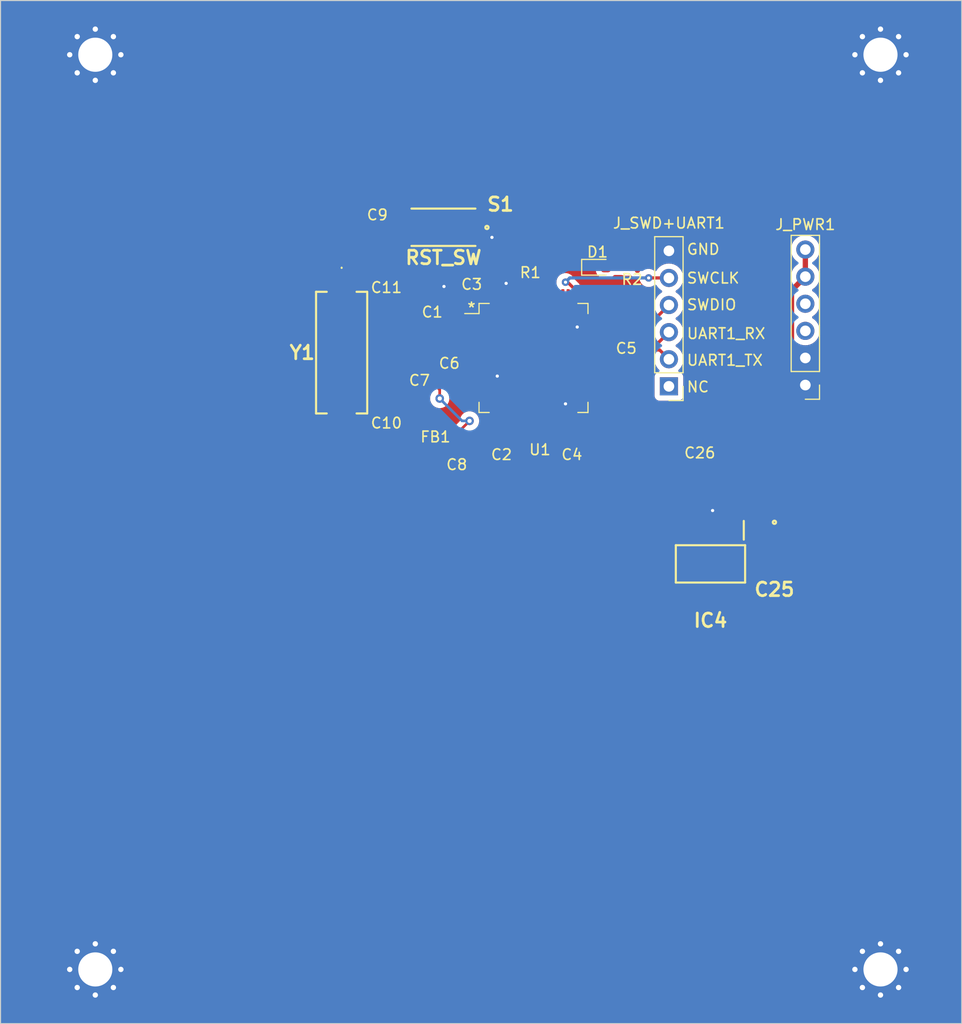
<source format=kicad_pcb>
(kicad_pcb (version 20221018) (generator pcbnew)
  (layers (0 "F.Cu" signal) (1 "In1.Cu" power "GND.Cu") (2 "In2.Cu" power "PWR.Cu") (31 "B.Cu" signal) (34 "B.Paste" user) (35 "F.Paste" user) (36 "B.SilkS" user "B.Silkscreen") (37 "F.SilkS" user "F.Silkscreen") (38 "B.Mask" user) (39 "F.Mask" user) (44 "Edge.Cuts" user))
  (net 0 "")
  (net 1 "GND")
  (net 2 "Net-(U1-VDDA)")
  (net 3 "/NRST")
  (net 4 "/HSE_OSC_OUT")
  (net 5 "/HSE_OSC_IN")
  (net 6 "Net-(D1-A)")
  (net 7 "+3.3V")
  (net 14 "/USART1_TX")
  (net 15 "/USART1_RX")
  (net 16 "/SWDIO")
  (net 17 "/SWCLK")
  (net 18 "/BOOT0")
  (net 61 "+5V")
  (net 63 "3.3V Output")
  (footprint "Capacitor_SMD:C_0402_1005Metric" (layer "F.Cu") (at 130 98.4 180)
    (fp_text reference "C2" (at 0 -1.16 180) (layer "F.SilkS"))
    (fp_text value "100n")
    (pad "1" smd roundrect (at -0.48 0 180) (size 0.56 0.62) (layers "F.Cu" "F.Paste" "F.Mask") (net 7 "+3.3V"))
    (pad "2" smd roundrect (at 0.48 0 180) (size 0.56 0.62) (layers "F.Cu" "F.Paste" "F.Mask") (net 1 "GND"))
  )
  (footprint "capstone:CAPC220145_88N_KEM-0.1u" (layer "F.Cu") (at 148.6 101.4)
    (fp_text reference "C26" (at 0 -2 unlocked) (layer "F.SilkS"))
    (fp_text value "0.1u")
    (pad "1" smd rect (at -0.802799 0) (size 1.305598 1.449997) (layers "F.Cu" "F.Paste" "F.Mask") (net 7 "+3.3V"))
    (pad "2" smd rect (at 0.802799 0) (size 1.305598 1.449997) (layers "F.Cu" "F.Paste" "F.Mask") (net 1 "GND"))
    (zone (net 0) (net_name "") (layer "F.Cu") (connect_pads (clearance 0)) (min_thickness 0.254)
      (keepout (tracks not_allowed) (vias not_allowed) (pads allowed) (copperpour not_allowed) (footprints allowed))
      (fill (thermal_gap 0.508) (thermal_bridge_width 0.508))
      (polygon (pts (xy 148.5008 100.725801) (xy 148.6992 100.725801) (xy 148.6992 102.074199) (xy 148.5008 102.074199)))
    )
  )
  (footprint "Resistor_SMD:R_0402_1005Metric" (layer "F.Cu") (at 142.2425 81.97 180)
    (fp_text reference "R2" (at 0 -1.17 180) (layer "F.SilkS"))
    (fp_text value "2.2k")
    (pad "1" smd roundrect (at -0.51 0 180) (size 0.54 0.64) (layers "F.Cu" "F.Paste" "F.Mask") (net 63 "3.3V Output"))
    (pad "2" smd roundrect (at 0.51 0 180) (size 0.54 0.64) (layers "F.Cu" "F.Paste" "F.Mask") (net 6 "Net-(D1-A)"))
  )
  (footprint "Inductor_SMD:L_0603_1608Metric" (layer "F.Cu") (at 126.7 97.9)
    (fp_text reference "FB1" (at -2.9 0) (layer "F.SilkS"))
    (fp_text value "FerriteBead")
    (pad "1" smd roundrect (at -0.7875 0) (size 0.875 0.95) (layers "F.Cu" "F.Paste" "F.Mask") (net 2 "Net-(U1-VDDA)"))
    (pad "2" smd roundrect (at 0.7875 0) (size 0.875 0.95) (layers "F.Cu" "F.Paste" "F.Mask") (net 7 "+3.3V"))
  )
  (footprint "capstone:95C04A3GWRT" (layer "F.Cu") (at 124.55 78.25 180)
    (fp_text reference "S1" (at -5.35 2.15 180) (layer "F.SilkS") (effects (font (size 1.27 1.27) (thickness 0.254))))
    (fp_text value "RST_SW" (at 0 -2.85 180) (layer "F.SilkS") (effects (font (size 1.27 1.27) (thickness 0.254))))
    (fp_line (start -3 -1.75) (end 3 -1.75) (stroke (width 0.2)) (layer "F.SilkS"))
    (fp_line (start 3 1.75) (end -3 1.75) (stroke (width 0.2)) (layer "F.SilkS"))
    (fp_circle (center -4.081 -0.018) (end -4.081 0.032) (stroke (width 0.2)) (fill none) (layer "F.SilkS"))
    (pad "1" smd rect (at -2.7 0 270) (size 1.6 2) (layers "F.Cu" "F.Paste" "F.Mask") (net 1 "GND"))
    (pad "2" smd rect (at 2.7 0 270) (size 1.6 2) (layers "F.Cu" "F.Paste" "F.Mask") (net 3 "/NRST"))
  )
  (footprint "capstone:ECS80185PXGMTR" (layer "F.Cu") (at 115 90 -90)
    (fp_text reference "Y1" (at 0 3.7) (layer "F.SilkS") (effects (font (size 1.27 1.27) (thickness 0.254))))
    (fp_text value "ECS-80-18-5PX-GM-TR" hide)
    (fp_line (start -8 0) (end -8 0) (stroke (width 0.1)) (layer "F.SilkS"))
    (fp_line (start -7.9 0) (end -7.9 0) (stroke (width 0.1)) (layer "F.SilkS"))
    (fp_line (start -5.7 -2.4) (end 5.7 -2.4) (stroke (width 0.2)) (layer "F.SilkS"))
    (fp_line (start -5.7 -1.4) (end -5.7 -2.4) (stroke (width 0.2)) (layer "F.SilkS"))
    (fp_line (start -5.7 1.4) (end -5.7 2.4) (stroke (width 0.2)) (layer "F.SilkS"))
    (fp_line (start -5.7 2.4) (end 5.7 2.4) (stroke (width 0.2)) (layer "F.SilkS"))
    (fp_line (start 5.7 -2.4) (end 5.7 -1.4) (stroke (width 0.2)) (layer "F.SilkS"))
    (fp_line (start 5.7 2.4) (end 5.7 1.4) (stroke (width 0.2)) (layer "F.SilkS"))
    (fp_arc (start -8 0) (mid -7.95 -0.05) (end -7.9 0) (stroke (width 0.1)) (layer "F.SilkS"))
    (fp_arc (start -7.9 0) (mid -7.95 0.05) (end -8 0) (stroke (width 0.1)) (layer "F.SilkS"))
    (pad "1" smd rect (at -4.75 0) (size 2 5.5) (layers "F.Cu" "F.Paste" "F.Mask") (net 5 "/HSE_OSC_IN"))
    (pad "2" smd rect (at 4.75 0) (size 2 5.5) (layers "F.Cu" "F.Paste" "F.Mask") (net 4 "/HSE_OSC_OUT"))
  )
  (footprint "MountingHole:MountingHole_3.2mm_M3_Pad_Via" (layer "F.Cu") (at 165.55 147.81)
    (fp_text reference "H2" hide)
    (fp_text value "MountingHole_Pad" hide)
    (pad "1" thru_hole circle (at -2.4 0) (size 0.8 0.8) (drill 0.5) (layers "*.Cu" "*.Mask") (net 1 "GND"))
    (pad "1" thru_hole circle (at -1.697056 -1.697056) (size 0.8 0.8) (drill 0.5) (layers "*.Cu" "*.Mask") (net 1 "GND"))
    (pad "1" thru_hole circle (at -1.697056 1.697056) (size 0.8 0.8) (drill 0.5) (layers "*.Cu" "*.Mask") (net 1 "GND"))
    (pad "1" thru_hole circle (at 0 -2.4) (size 0.8 0.8) (drill 0.5) (layers "*.Cu" "*.Mask") (net 1 "GND"))
    (pad "1" thru_hole circle (at 0 0) (size 6.4 6.4) (drill 3.2) (layers "*.Cu" "*.Mask") (net 1 "GND"))
    (pad "1" thru_hole circle (at 0 2.4) (size 0.8 0.8) (drill 0.5) (layers "*.Cu" "*.Mask") (net 1 "GND"))
    (pad "1" thru_hole circle (at 1.697056 -1.697056) (size 0.8 0.8) (drill 0.5) (layers "*.Cu" "*.Mask") (net 1 "GND"))
    (pad "1" thru_hole circle (at 1.697056 1.697056) (size 0.8 0.8) (drill 0.5) (layers "*.Cu" "*.Mask") (net 1 "GND"))
    (pad "1" thru_hole circle (at 2.4 0) (size 0.8 0.8) (drill 0.5) (layers "*.Cu" "*.Mask") (net 1 "GND"))
  )
  (footprint "Connector_PinHeader_2.54mm:PinHeader_1x06_P2.54mm_Vertical" (layer "F.Cu") (at 158.5 93.04 180)
    (fp_text reference "J_PWR1" (at 0 15.04) (layer "F.SilkS"))
    (fp_text value "Conn_01x06")
    (fp_line (start -1.33 -1.33) (end 0 -1.33) (stroke (width 0.12)) (layer "F.SilkS"))
    (fp_line (start -1.33 0) (end -1.33 -1.33) (stroke (width 0.12)) (layer "F.SilkS"))
    (fp_line (start -1.33 1.27) (end -1.33 14.03) (stroke (width 0.12)) (layer "F.SilkS"))
    (fp_line (start -1.33 1.27) (end 1.33 1.27) (stroke (width 0.12)) (layer "F.SilkS"))
    (fp_line (start -1.33 14.03) (end 1.33 14.03) (stroke (width 0.12)) (layer "F.SilkS"))
    (fp_line (start 1.33 1.27) (end 1.33 14.03) (stroke (width 0.12)) (layer "F.SilkS"))
    (pad "1" thru_hole rect (at 0 0 180) (size 1.7 1.7) (drill 1) (layers "*.Cu" "*.Mask") (net 1 "GND"))
    (pad "2" thru_hole oval (at 0 2.54 180) (size 1.7 1.7) (drill 1) (layers "*.Cu" "*.Mask") (net 1 "GND"))
    (pad "3" thru_hole oval (at 0 5.08 180) (size 1.7 1.7) (drill 1) (layers "*.Cu" "*.Mask"))
    (pad "4" thru_hole oval (at 0 7.62 180) (size 1.7 1.7) (drill 1) (layers "*.Cu" "*.Mask"))
    (pad "5" thru_hole oval (at 0 10.16 180) (size 1.7 1.7) (drill 1) (layers "*.Cu" "*.Mask") (net 61 "+5V"))
    (pad "6" thru_hole oval (at 0 12.7 180) (size 1.7 1.7) (drill 1) (layers "*.Cu" "*.Mask") (net 61 "+5V"))
  )
  (footprint "MountingHole:MountingHole_3.2mm_M3_Pad_Via" (layer "F.Cu") (at 91.89 147.81)
    (fp_text reference "H1" hide)
    (fp_text value "MountingHole_Pad" hide)
    (pad "1" thru_hole circle (at -2.4 0) (size 0.8 0.8) (drill 0.5) (layers "*.Cu" "*.Mask") (net 1 "GND"))
    (pad "1" thru_hole circle (at -1.697056 -1.697056) (size 0.8 0.8) (drill 0.5) (layers "*.Cu" "*.Mask") (net 1 "GND"))
    (pad "1" thru_hole circle (at -1.697056 1.697056) (size 0.8 0.8) (drill 0.5) (layers "*.Cu" "*.Mask") (net 1 "GND"))
    (pad "1" thru_hole circle (at 0 -2.4) (size 0.8 0.8) (drill 0.5) (layers "*.Cu" "*.Mask") (net 1 "GND"))
    (pad "1" thru_hole circle (at 0 0) (size 6.4 6.4) (drill 3.2) (layers "*.Cu" "*.Mask") (net 1 "GND"))
    (pad "1" thru_hole circle (at 0 2.4) (size 0.8 0.8) (drill 0.5) (layers "*.Cu" "*.Mask") (net 1 "GND"))
    (pad "1" thru_hole circle (at 1.697056 -1.697056) (size 0.8 0.8) (drill 0.5) (layers "*.Cu" "*.Mask") (net 1 "GND"))
    (pad "1" thru_hole circle (at 1.697056 1.697056) (size 0.8 0.8) (drill 0.5) (layers "*.Cu" "*.Mask") (net 1 "GND"))
    (pad "1" thru_hole circle (at 2.4 0) (size 0.8 0.8) (drill 0.5) (layers "*.Cu" "*.Mask") (net 1 "GND"))
  )
  (footprint "Capacitor_SMD:C_0402_1005Metric" (layer "F.Cu") (at 123.8 92.6 90)
    (fp_text reference "C7" (at 0 -1.5 180) (layer "F.SilkS"))
    (fp_text value "1u")
    (pad "1" smd roundrect (at -0.48 0 90) (size 0.56 0.62) (layers "F.Cu" "F.Paste" "F.Mask") (net 2 "Net-(U1-VDDA)"))
    (pad "2" smd roundrect (at 0.48 0 90) (size 0.56 0.62) (layers "F.Cu" "F.Paste" "F.Mask") (net 1 "GND"))
  )
  (footprint "Resistor_SMD:R_0402_1005Metric" (layer "F.Cu") (at 131.2 82.29 90)
    (fp_text reference "R1" (at -0.21 1.5 180) (layer "F.SilkS"))
    (fp_text value "2.2k")
    (pad "1" smd roundrect (at -0.51 0 90) (size 0.54 0.64) (layers "F.Cu" "F.Paste" "F.Mask") (net 18 "/BOOT0"))
    (pad "2" smd roundrect (at 0.51 0 90) (size 0.54 0.64) (layers "F.Cu" "F.Paste" "F.Mask") (net 1 "GND"))
  )
  (footprint "Capacitor_SMD:C_0402_1005Metric" (layer "F.Cu") (at 125.2 92.6 90)
    (fp_text reference "C6" (at 1.6 -0.1 180) (layer "F.SilkS"))
    (fp_text value "100n")
    (pad "1" smd roundrect (at -0.48 0 90) (size 0.56 0.62) (layers "F.Cu" "F.Paste" "F.Mask") (net 2 "Net-(U1-VDDA)"))
    (pad "2" smd roundrect (at 0.48 0 90) (size 0.56 0.62) (layers "F.Cu" "F.Paste" "F.Mask") (net 1 "GND"))
  )
  (footprint "Capacitor_SMD:C_0402_1005Metric" (layer "F.Cu") (at 119.2 85.5 90)
    (fp_text reference "C11" (at 1.6 0 180) (layer "F.SilkS"))
    (fp_text value "20p")
    (pad "1" smd roundrect (at -0.48 0 90) (size 0.56 0.62) (layers "F.Cu" "F.Paste" "F.Mask") (net 5 "/HSE_OSC_IN"))
    (pad "2" smd roundrect (at 0.48 0 90) (size 0.56 0.62) (layers "F.Cu" "F.Paste" "F.Mask") (net 1 "GND"))
  )
  (footprint "capstone:SOT230P700X180-4N" (layer "F.Cu") (at 149.6 109.8 -90)
    (fp_text reference "IC4" (at 5.3 0) (layer "F.SilkS") (effects (font (size 1.27 1.27) (thickness 0.254))))
    (fp_text value "UA78M33CDCYG3" hide)
    (fp_line (start -4.025 -3.125) (end -2.275 -3.125) (stroke (width 0.2)) (layer "F.SilkS"))
    (fp_line (start -1.75 -3.25) (end 1.75 -3.25) (stroke (width 0.2)) (layer "F.SilkS"))
    (fp_line (start -1.75 3.25) (end -1.75 -3.25) (stroke (width 0.2)) (layer "F.SilkS"))
    (fp_line (start 1.75 -3.25) (end 1.75 3.25) (stroke (width 0.2)) (layer "F.SilkS"))
    (fp_line (start 1.75 3.25) (end -1.75 3.25) (stroke (width 0.2)) (layer "F.SilkS"))
    (pad "1" smd rect (at -3.15 -2.3) (size 0.95 1.75) (layers "F.Cu" "F.Paste" "F.Mask") (net 61 "+5V"))
    (pad "2" smd rect (at -3.15 0) (size 0.95 1.75) (layers "F.Cu" "F.Paste" "F.Mask") (net 1 "GND"))
    (pad "3" smd rect (at -3.15 2.3) (size 0.95 1.75) (layers "F.Cu" "F.Paste" "F.Mask") (net 7 "+3.3V"))
    (pad "4" smd rect (at 3.15 0 270) (size 1.75 3.2) (layers "F.Cu" "F.Paste" "F.Mask"))
  )
  (footprint "Connector_PinHeader_2.54mm:PinHeader_1x06_P2.54mm_Vertical" (layer "F.Cu") (at 145.7 93.16 180)
    (fp_text reference "J_SWD+UART1" (at 0 15.3 180) (layer "F.SilkS"))
    (fp_text value "Conn_01x06")
    (fp_line (start -1.33 -1.33) (end 0 -1.33) (stroke (width 0.12)) (layer "F.SilkS"))
    (fp_line (start -1.33 0) (end -1.33 -1.33) (stroke (width 0.12)) (layer "F.SilkS"))
    (fp_line (start -1.33 1.27) (end -1.33 14.03) (stroke (width 0.12)) (layer "F.SilkS"))
    (fp_line (start -1.33 1.27) (end 1.33 1.27) (stroke (width 0.12)) (layer "F.SilkS"))
    (fp_line (start -1.33 14.03) (end 1.33 14.03) (stroke (width 0.12)) (layer "F.SilkS"))
    (fp_line (start 1.33 1.27) (end 1.33 14.03) (stroke (width 0.12)) (layer "F.SilkS"))
    (pad "1" thru_hole rect (at 0 0 180) (size 1.7 1.7) (drill 1) (layers "*.Cu" "*.Mask"))
    (pad "2" thru_hole oval (at 0 2.54 180) (size 1.7 1.7) (drill 1) (layers "*.Cu" "*.Mask") (net 14 "/USART1_TX"))
    (pad "3" thru_hole oval (at 0 5.08 180) (size 1.7 1.7) (drill 1) (layers "*.Cu" "*.Mask") (net 15 "/USART1_RX"))
    (pad "4" thru_hole oval (at 0 7.62 180) (size 1.7 1.7) (drill 1) (layers "*.Cu" "*.Mask") (net 16 "/SWDIO"))
    (pad "5" thru_hole oval (at 0 10.16 180) (size 1.7 1.7) (drill 1) (layers "*.Cu" "*.Mask") (net 17 "/SWCLK"))
    (pad "6" thru_hole oval (at 0 12.7 180) (size 1.7 1.7) (drill 1) (layers "*.Cu" "*.Mask") (net 1 "GND"))
  )
  (footprint "Capacitor_SMD:C_0402_1005Metric" (layer "F.Cu") (at 119.2 95 -90)
    (fp_text reference "C10" (at 1.6 0) (layer "F.SilkS"))
    (fp_text value "20p")
    (pad "1" smd roundrect (at -0.48 0 270) (size 0.56 0.62) (layers "F.Cu" "F.Paste" "F.Mask") (net 4 "/HSE_OSC_OUT"))
    (pad "2" smd roundrect (at 0.48 0 270) (size 0.56 0.62) (layers "F.Cu" "F.Paste" "F.Mask") (net 1 "GND"))
  )
  (footprint "capstone:C0805" (layer "F.Cu") (at 155.6 108.7 -90)
    (fp_text reference "C25" (at 3.5 0) (layer "F.SilkS") (effects (font (size 1.27 1.27) (thickness 0.254))))
    (fp_text value "0.33u" hide)
    (fp_circle (center -2.8 0) (end -2.8 0.05) (stroke (width 0.2)) (fill none) (layer "F.SilkS"))
    (pad "1" smd rect (at -0.9 0 270) (size 1.15 1.45) (layers "F.Cu" "F.Paste" "F.Mask") (net 61 "+5V"))
    (pad "2" smd rect (at 0.9 0 270) (size 1.15 1.45) (layers "F.Cu" "F.Paste" "F.Mask") (net 1 "GND"))
  )
  (footprint "Capacitor_SMD:C_0402_1005Metric" (layer "F.Cu") (at 136.6 98.4 180)
    (fp_text reference "C4" (at 0 -1.16 180) (layer "F.SilkS"))
    (fp_text value "100n")
    (pad "1" smd roundrect (at -0.48 0 180) (size 0.56 0.62) (layers "F.Cu" "F.Paste" "F.Mask") (net 7 "+3.3V"))
    (pad "2" smd roundrect (at 0.48 0 180) (size 0.56 0.62) (layers "F.Cu" "F.Paste" "F.Mask") (net 1 "GND"))
  )
  (footprint "LED_SMD:LED_0603_1608Metric" (layer "F.Cu") (at 139 82)
    (fp_text reference "D1" (at 0 -1.43) (layer "F.SilkS"))
    (fp_text value "RED")
    (fp_line (start -1.485 -0.735) (end -1.485 0.735) (stroke (width 0.12)) (layer "F.SilkS"))
    (fp_line (start -1.485 0.735) (end 0.8 0.735) (stroke (width 0.12)) (layer "F.SilkS"))
    (fp_line (start 0.8 -0.735) (end -1.485 -0.735) (stroke (width 0.12)) (layer "F.SilkS"))
    (pad "1" smd roundrect (at -0.7875 0) (size 0.875 0.95) (layers "F.Cu" "F.Paste" "F.Mask") (net 1 "GND"))
    (pad "2" smd roundrect (at 0.7875 0) (size 0.875 0.95) (layers "F.Cu" "F.Paste" "F.Mask") (net 6 "Net-(D1-A)"))
  )
  (footprint "MountingHole:MountingHole_3.2mm_M3_Pad_Via" (layer "F.Cu") (at 165.55 62.08)
    (fp_text reference "H4" hide)
    (fp_text value "MountingHole_Pad" hide)
    (pad "1" thru_hole circle (at -2.4 0) (size 0.8 0.8) (drill 0.5) (layers "*.Cu" "*.Mask") (net 1 "GND"))
    (pad "1" thru_hole circle (at -1.697056 -1.697056) (size 0.8 0.8) (drill 0.5) (layers "*.Cu" "*.Mask") (net 1 "GND"))
    (pad "1" thru_hole circle (at -1.697056 1.697056) (size 0.8 0.8) (drill 0.5) (layers "*.Cu" "*.Mask") (net 1 "GND"))
    (pad "1" thru_hole circle (at 0 -2.4) (size 0.8 0.8) (drill 0.5) (layers "*.Cu" "*.Mask") (net 1 "GND"))
    (pad "1" thru_hole circle (at 0 0) (size 6.4 6.4) (drill 3.2) (layers "*.Cu" "*.Mask") (net 1 "GND"))
    (pad "1" thru_hole circle (at 0 2.4) (size 0.8 0.8) (drill 0.5) (layers "*.Cu" "*.Mask") (net 1 "GND"))
    (pad "1" thru_hole circle (at 1.697056 -1.697056) (size 0.8 0.8) (drill 0.5) (layers "*.Cu" "*.Mask") (net 1 "GND"))
    (pad "1" thru_hole circle (at 1.697056 1.697056) (size 0.8 0.8) (drill 0.5) (layers "*.Cu" "*.Mask") (net 1 "GND"))
    (pad "1" thru_hole circle (at 2.4 0) (size 0.8 0.8) (drill 0.5) (layers "*.Cu" "*.Mask") (net 1 "GND"))
  )
  (footprint "Capacitor_SMD:C_0402_1005Metric" (layer "F.Cu") (at 129.2 82.8)
    (fp_text reference "C3" (at -2 0.8) (layer "F.SilkS"))
    (fp_text value "100n")
    (pad "1" smd roundrect (at -0.48 0) (size 0.56 0.62) (layers "F.Cu" "F.Paste" "F.Mask") (net 7 "+3.3V"))
    (pad "2" smd roundrect (at 0.48 0) (size 0.56 0.62) (layers "F.Cu" "F.Paste" "F.Mask") (net 1 "GND"))
  )
  (footprint "Capacitor_SMD:C_0603_1608Metric" (layer "F.Cu") (at 141.8 87 -90)
    (fp_text reference "C5" (at 2.6 0.1 -180) (layer "F.SilkS"))
    (fp_text value "10u")
    (pad "1" smd roundrect (at -0.775 0 270) (size 0.9 0.95) (layers "F.Cu" "F.Paste" "F.Mask") (net 7 "+3.3V"))
    (pad "2" smd roundrect (at 0.775 0 270) (size 0.9 0.95) (layers "F.Cu" "F.Paste" "F.Mask") (net 1 "GND"))
  )
  (footprint "Capacitor_SMD:C_0402_1005Metric" (layer "F.Cu") (at 118.35 78.25)
    (fp_text reference "C9" (at 0 -1.16) (layer "F.SilkS"))
    (fp_text value "100n")
    (pad "1" smd roundrect (at -0.48 0) (size 0.56 0.62) (layers "F.Cu" "F.Paste" "F.Mask") (net 1 "GND"))
    (pad "2" smd roundrect (at 0.48 0) (size 0.56 0.62) (layers "F.Cu" "F.Paste" "F.Mask") (net 3 "/NRST"))
  )
  (footprint "Package_QFP:LQFP-64_10x10mm_P0.5mm" (layer "F.Cu") (at 133 90.5)
    (fp_text reference "U1" (at 0.6 8.6) (layer "F.SilkS"))
    (fp_text value "STM32F103RBTx")
    (fp_line (start -5.11 -5.11) (end -5.11 -4.16) (stroke (width 0.12)) (layer "F.SilkS"))
    (fp_line (start -5.11 -4.16) (end -6.45 -4.16) (stroke (width 0.12)) (layer "F.SilkS"))
    (fp_line (start -5.11 5.11) (end -5.11 4.16) (stroke (width 0.12)) (layer "F.SilkS"))
    (fp_line (start -4.16 -5.11) (end -5.11 -5.11) (stroke (width 0.12)) (layer "F.SilkS"))
    (fp_line (start -4.16 5.11) (end -5.11 5.11) (stroke (width 0.12)) (layer "F.SilkS"))
    (fp_line (start 4.16 -5.11) (end 5.11 -5.11) (stroke (width 0.12)) (layer "F.SilkS"))
    (fp_line (start 4.16 5.11) (end 5.11 5.11) (stroke (width 0.12)) (layer "F.SilkS"))
    (fp_line (start 5.11 -5.11) (end 5.11 -4.16) (stroke (width 0.12)) (layer "F.SilkS"))
    (fp_line (start 5.11 5.11) (end 5.11 4.16) (stroke (width 0.12)) (layer "F.SilkS"))
    (pad "1" smd roundrect (at -5.675 -3.75) (size 1.55 0.3) (layers "F.Cu" "F.Paste" "F.Mask") (net 7 "+3.3V"))
    (pad "2" smd roundrect (at -5.675 -3.25) (size 1.55 0.3) (layers "F.Cu" "F.Paste" "F.Mask"))
    (pad "3" smd roundrect (at -5.675 -2.75) (size 1.55 0.3) (layers "F.Cu" "F.Paste" "F.Mask"))
    (pad "4" smd roundrect (at -5.675 -2.25) (size 1.55 0.3) (layers "F.Cu" "F.Paste" "F.Mask"))
    (pad "5" smd roundrect (at -5.675 -1.75) (size 1.55 0.3) (layers "F.Cu" "F.Paste" "F.Mask") (net 5 "/HSE_OSC_IN"))
    (pad "6" smd roundrect (at -5.675 -1.25) (size 1.55 0.3) (layers "F.Cu" "F.Paste" "F.Mask") (net 4 "/HSE_OSC_OUT"))
    (pad "7" smd roundrect (at -5.675 -0.75) (size 1.55 0.3) (layers "F.Cu" "F.Paste" "F.Mask") (net 3 "/NRST"))
    (pad "8" smd roundrect (at -5.675 -0.25) (size 1.55 0.3) (layers "F.Cu" "F.Paste" "F.Mask"))
    (pad "9" smd roundrect (at -5.675 0.25) (size 1.55 0.3) (layers "F.Cu" "F.Paste" "F.Mask"))
    (pad "10" smd roundrect (at -5.675 0.75) (size 1.55 0.3) (layers "F.Cu" "F.Paste" "F.Mask"))
    (pad "11" smd roundrect (at -5.675 1.25) (size 1.55 0.3) (layers "F.Cu" "F.Paste" "F.Mask"))
    (pad "12" smd roundrect (at -5.675 1.75) (size 1.55 0.3) (layers "F.Cu" "F.Paste" "F.Mask") (net 1 "GND"))
    (pad "13" smd roundrect (at -5.675 2.25) (size 1.55 0.3) (layers "F.Cu" "F.Paste" "F.Mask") (net 2 "Net-(U1-VDDA)"))
    (pad "14" smd roundrect (at -5.675 2.75) (size 1.55 0.3) (layers "F.Cu" "F.Paste" "F.Mask"))
    (pad "15" smd roundrect (at -5.675 3.25) (size 1.55 0.3) (layers "F.Cu" "F.Paste" "F.Mask"))
    (pad "16" smd roundrect (at -5.675 3.75) (size 1.55 0.3) (layers "F.Cu" "F.Paste" "F.Mask"))
    (pad "17" smd roundrect (at -3.75 5.675) (size 0.3 1.55) (layers "F.Cu" "F.Paste" "F.Mask"))
    (pad "18" smd roundrect (at -3.25 5.675) (size 0.3 1.55) (layers "F.Cu" "F.Paste" "F.Mask") (net 1 "GND"))
    (pad "19" smd roundrect (at -2.75 5.675) (size 0.3 1.55) (layers "F.Cu" "F.Paste" "F.Mask") (net 7 "+3.3V"))
    (pad "20" smd roundrect (at -2.25 5.675) (size 0.3 1.55) (layers "F.Cu" "F.Paste" "F.Mask"))
    (pad "21" smd roundrect (at -1.75 5.675) (size 0.3 1.55) (layers "F.Cu" "F.Paste" "F.Mask"))
    (pad "22" smd roundrect (at -1.25 5.675) (size 0.3 1.55) (layers "F.Cu" "F.Paste" "F.Mask"))
    (pad "23" smd roundrect (at -0.75 5.675) (size 0.3 1.55) (layers "F.Cu" "F.Paste" "F.Mask"))
    (pad "24" smd roundrect (at -0.25 5.675) (size 0.3 1.55) (layers "F.Cu" "F.Paste" "F.Mask"))
    (pad "25" smd roundrect (at 0.25 5.675) (size 0.3 1.55) (layers "F.Cu" "F.Paste" "F.Mask"))
    (pad "26" smd roundrect (at 0.75 5.675) (size 0.3 1.55) (layers "F.Cu" "F.Paste" "F.Mask"))
    (pad "27" smd roundrect (at 1.25 5.675) (size 0.3 1.55) (layers "F.Cu" "F.Paste" "F.Mask"))
    (pad "28" smd roundrect (at 1.75 5.675) (size 0.3 1.55) (layers "F.Cu" "F.Paste" "F.Mask"))
    (pad "29" smd roundrect (at 2.25 5.675) (size 0.3 1.55) (layers "F.Cu" "F.Paste" "F.Mask"))
    (pad "30" smd roundrect (at 2.75 5.675) (size 0.3 1.55) (layers "F.Cu" "F.Paste" "F.Mask"))
    (pad "31" smd roundrect (at 3.25 5.675) (size 0.3 1.55) (layers "F.Cu" "F.Paste" "F.Mask") (net 1 "GND"))
    (pad "32" smd roundrect (at 3.75 5.675) (size 0.3 1.55) (layers "F.Cu" "F.Paste" "F.Mask") (net 7 "+3.3V"))
    (pad "33" smd roundrect (at 5.675 3.75) (size 1.55 0.3) (layers "F.Cu" "F.Paste" "F.Mask"))
    (pad "34" smd roundrect (at 5.675 3.25) (size 1.55 0.3) (layers "F.Cu" "F.Paste" "F.Mask"))
    (pad "35" smd roundrect (at 5.675 2.75) (size 1.55 0.3) (layers "F.Cu" "F.Paste" "F.Mask"))
    (pad "36" smd roundrect (at 5.675 2.25) (size 1.55 0.3) (layers "F.Cu" "F.Paste" "F.Mask"))
    (pad "37" smd roundrect (at 5.675 1.75) (size 1.55 0.3) (layers "F.Cu" "F.Paste" "F.Mask"))
    (pad "38" smd roundrect (at 5.675 1.25) (size 1.55 0.3) (layers "F.Cu" "F.Paste" "F.Mask"))
    (pad "39" smd roundrect (at 5.675 0.75) (size 1.55 0.3) (layers "F.Cu" "F.Paste" "F.Mask"))
    (pad "40" smd roundrect (at 5.675 0.25) (size 1.55 0.3) (layers "F.Cu" "F.Paste" "F.Mask"))
    (pad "41" smd roundrect (at 5.675 -0.25) (size 1.55 0.3) (layers "F.Cu" "F.Paste" "F.Mask"))
    (pad "42" smd roundrect (at 5.675 -0.75) (size 1.55 0.3) (layers "F.Cu" "F.Paste" "F.Mask") (net 14 "/USART1_TX"))
    (pad "43" smd roundrect (at 5.675 -1.25) (size 1.55 0.3) (layers "F.Cu" "F.Paste" "F.Mask") (net 15 "/USART1_RX"))
    (pad "44" smd roundrect (at 5.675 -1.75) (size 1.55 0.3) (layers "F.Cu" "F.Paste" "F.Mask"))
    (pad "45" smd roundrect (at 5.675 -2.25) (size 1.55 0.3) (layers "F.Cu" "F.Paste" "F.Mask"))
    (pad "46" smd roundrect (at 5.675 -2.75) (size 1.55 0.3) (layers "F.Cu" "F.Paste" "F.Mask") (net 16 "/SWDIO"))
    (pad "47" smd roundrect (at 5.675 -3.25) (size 1.55 0.3) (layers "F.Cu" "F.Paste" "F.Mask") (net 1 "GND"))
    (pad "48" smd roundrect (at 5.675 -3.75) (size 1.55 0.3) (layers "F.Cu" "F.Paste" "F.Mask") (net 7 "+3.3V"))
    (pad "49" smd roundrect (at 3.75 -5.675) (size 0.3 1.55) (layers "F.Cu" "F.Paste" "F.Mask") (net 17 "/SWCLK"))
    (pad "50" smd roundrect (at 3.25 -5.675) (size 0.3 1.55) (layers "F.Cu" "F.Paste" "F.Mask"))
    (pad "51" smd roundrect (at 2.75 -5.675) (size 0.3 1.55) (layers "F.Cu" "F.Paste" "F.Mask"))
    (pad "52" smd roundrect (at 2.25 -5.675) (size 0.3 1.55) (layers "F.Cu" "F.Paste" "F.Mask"))
    (pad "53" smd roundrect (at 1.75 -5.675) (size 0.3 1.55) (layers "F.Cu" "F.Paste" "F.Mask"))
    (pad "54" smd roundrect (at 1.25 -5.675) (size 0.3 1.55) (layers "F.Cu" "F.Paste" "F.Mask"))
    (pad "55" smd roundrect (at 0.75 -5.675) (size 0.3 1.55) (layers "F.Cu" "F.Paste" "F.Mask"))
    (pad "56" smd roundrect (at 0.25 -5.675) (size 0.3 1.55) (layers "F.Cu" "F.Paste" "F.Mask"))
    (pad "57" smd roundrect (at -0.25 -5.675) (size 0.3 1.55) (layers "F.Cu" "F.Paste" "F.Mask"))
    (pad "58" smd roundrect (at -0.75 -5.675) (size 0.3 1.55) (layers "F.Cu" "F.Paste" "F.Mask"))
    (pad "59" smd roundrect (at -1.25 -5.675) (size 0.3 1.55) (layers "F.Cu" "F.Paste" "F.Mask"))
    (pad "60" smd roundrect (at -1.75 -5.675) (size 0.3 1.55) (layers "F.Cu" "F.Paste" "F.Mask") (net 18 "/BOOT0"))
    (pad "61" smd roundrect (at -2.25 -5.675) (size 0.3 1.55) (layers "F.Cu" "F.Paste" "F.Mask"))
    (pad "62" smd roundrect (at -2.75 -5.675) (size 0.3 1.55) (layers "F.Cu" "F.Paste" "F.Mask"))
    (pad "63" smd roundrect (at -3.25 -5.675) (size 0.3 1.55) (layers "F.Cu" "F.Paste" "F.Mask") (net 1 "GND"))
    (pad "64" smd roundrect (at -3.75 -5.675) (size 0.3 1.55) (layers "F.Cu" "F.Paste" "F.Mask") (net 7 "+3.3V"))
  )
  (footprint "MountingHole:MountingHole_3.2mm_M3_Pad_Via" (layer "F.Cu") (at 91.89 62.08)
    (fp_text reference "H3" hide)
    (fp_text value "MountingHole_Pad" hide)
    (pad "1" thru_hole circle (at -2.4 0) (size 0.8 0.8) (drill 0.5) (layers "*.Cu" "*.Mask") (net 1 "GND"))
    (pad "1" thru_hole circle (at -1.697056 -1.697056) (size 0.8 0.8) (drill 0.5) (layers "*.Cu" "*.Mask") (net 1 "GND"))
    (pad "1" thru_hole circle (at -1.697056 1.697056) (size 0.8 0.8) (drill 0.5) (layers "*.Cu" "*.Mask") (net 1 "GND"))
    (pad "1" thru_hole circle (at 0 -2.4) (size 0.8 0.8) (drill 0.5) (layers "*.Cu" "*.Mask") (net 1 "GND"))
    (pad "1" thru_hole circle (at 0 0) (size 6.4 6.4) (drill 3.2) (layers "*.Cu" "*.Mask") (net 1 "GND"))
    (pad "1" thru_hole circle (at 0 2.4) (size 0.8 0.8) (drill 0.5) (layers "*.Cu" "*.Mask") (net 1 "GND"))
    (pad "1" thru_hole circle (at 1.697056 -1.697056) (size 0.8 0.8) (drill 0.5) (layers "*.Cu" "*.Mask") (net 1 "GND"))
    (pad "1" thru_hole circle (at 1.697056 1.697056) (size 0.8 0.8) (drill 0.5) (layers "*.Cu" "*.Mask") (net 1 "GND"))
    (pad "1" thru_hole circle (at 2.4 0) (size 0.8 0.8) (drill 0.5) (layers "*.Cu" "*.Mask") (net 1 "GND"))
  )
  (footprint "Capacitor_SMD:C_0402_1005Metric" (layer "F.Cu") (at 127.8 101)
    (fp_text reference "C8" (at -2 -0.5) (layer "F.SilkS"))
    (fp_text value "1u" hide)
    (pad "1" smd roundrect (at -0.48 0) (size 0.56 0.62) (layers "F.Cu" "F.Paste" "F.Mask") (net 7 "+3.3V"))
    (pad "2" smd roundrect (at 0.48 0) (size 0.56 0.62) (layers "F.Cu" "F.Paste" "F.Mask") (net 1 "GND"))
  )
  (footprint "Resistor_SMD:R_0402_1005Metric" (layer "F.Cu") (at 125 86.2 90)
    (fp_text reference "C1" (at 0 -1.5 180) (layer "F.SilkS"))
    (fp_text value "100n")
    (pad "1" smd roundrect (at -0.51 0 90) (size 0.54 0.64) (layers "F.Cu" "F.Paste" "F.Mask") (net 7 "+3.3V"))
    (pad "2" smd roundrect (at 0.51 0 90) (size 0.54 0.64) (layers "F.Cu" "F.Paste" "F.Mask") (net 1 "GND"))
  )
  (gr_line (start 173.17 57) (end 83 57) (stroke (width 0.1)) (layer "Edge.Cuts"))
  (gr_line (start 83 152.89) (end 173.17 152.89) (stroke (width 0.1)) (layer "Edge.Cuts"))
  (gr_line (start 173.17 152.89) (end 173.17 57) (stroke (width 0.1)) (layer "Edge.Cuts"))
  (gr_line (start 83 57) (end 83 152.89) (stroke (width 0.1)) (layer "Edge.Cuts"))
  (gr_text "SWDIO" (at 147.3 86.1) (layer "F.SilkS") (effects (font (size 1 1)) (justify left bottom)))
  (gr_text "*" (at 126.7 86.4) (layer "F.SilkS") (effects (font (size 1 1)) (justify left bottom)))
  (gr_text "SWCLK" (at 147.3 83.6) (layer "F.SilkS") (effects (font (size 1 1)) (justify left bottom)))
  (gr_text "GND" (at 147.3 80.9) (layer "F.SilkS") (effects (font (size 1 1)) (justify left bottom)))
  (gr_text "NC" (at 147.3 93.8) (layer "F.SilkS") (effects (font (size 1 1)) (justify left bottom)))
  (gr_text "UART1_TX" (at 147.3 91.3) (layer "F.SilkS") (effects (font (size 1 1)) (justify left bottom)))
  (gr_text "UART1_RX" (at 147.3 88.8) (layer "F.SilkS") (effects (font (size 1 1)) (justify left bottom)))
  (segment (start 129.6 92.2) (end 129.55 92.25) (width 0.3) (layer "F.Cu") (net 1))
  (segment (start 129.55 92.25) (end 127.325 92.25) (width 0.3) (layer "F.Cu") (net 1))
  (segment (start 117.87 78.438266) (end 117.87 78.25) (width 0.5) (layer "F.Cu") (net 1))
  (segment (start 136.25 95.05) (end 136.25 96.175) (width 0.3) (layer "F.Cu") (net 1))
  (segment (start 141.275 87.25) (end 138.675 87.25) (width 0.3) (layer "F.Cu") (net 1))
  (segment (start 129.7 92.3) (end 129.7 94.9) (width 0.3) (layer "F.Cu") (net 1))
  (segment (start 130.430545 83.508829) (end 130.388829 83.508829) (width 0.3) (layer "F.Cu") (net 1))
  (segment (start 141.8 87.775) (end 141.275 87.25) (width 0.3) (layer "F.Cu") (net 1))
  (segment (start 130.430545 83.508829) (end 130.239374 83.7) (width 0.3) (layer "F.Cu") (net 1))
  (segment (start 128.28 101) (end 128.28 101.188266) (width 0.5) (layer "F.Cu") (net 1))
  (segment (start 137.1 87.6) (end 137.45 87.25) (width 0.3) (layer "F.Cu") (net 1))
  (segment (start 136.12 98.4) (end 136.25 98.27) (width 0.3) (layer "F.Cu") (net 1))
  (segment (start 130.239374 83.7) (end 129.99688 83.7) (width 0.3) (layer "F.Cu") (net 1))
  (segment (start 136 94.8) (end 136.25 95.05) (width 0.3) (layer "F.Cu") (net 1))
  (segment (start 125.33 92.25) (end 125.2 92.12) (width 0.25) (layer "F.Cu") (net 1))
  (segment (start 130.388829 83.508829) (end 129.68 82.8) (width 0.3) (layer "F.Cu") (net 1))
  (segment (start 129.75 98.17) (end 129.52 98.4) (width 0.3) (layer "F.Cu") (net 1))
  (segment (start 124.6 83.8) (end 123.231734 83.8) (width 0.5) (layer "F.Cu") (net 1))
  (segment (start 127.325 92.25) (end 125.33 92.25) (width 0.25) (layer "F.Cu") (net 1))
  (segment (start 129.75 83.94688) (end 129.75 84.825) (width 0.3) (layer "F.Cu") (net 1))
  (segment (start 129.75 96.175) (end 129.75 98.17) (width 0.3) (layer "F.Cu") (net 1))
  (segment (start 129.99688 83.7) (end 129.75 83.94688) (width 0.3) (layer "F.Cu") (net 1))
  (segment (start 123.231734 83.8) (end 117.87 78.438266) (width 0.5) (layer "F.Cu") (net 1))
  (segment (start 129.6 92.2) (end 129.7 92.3) (width 0.3) (layer "F.Cu") (net 1))
  (segment (start 129.75 94.95) (end 129.75 96.175) (width 0.3) (layer "F.Cu") (net 1))
  (segment (start 137.45 87.25) (end 138.675 87.25) (width 0.3) (layer "F.Cu") (net 1))
  (segment (start 136.25 98.27) (end 136.25 96.175) (width 0.3) (layer "F.Cu") (net 1))
  (segment (start 125.2 92.12) (end 123.8 92.12) (width 0.25) (layer "F.Cu") (net 1))
  (segment (start 129.7 94.9) (end 129.75 94.95) (width 0.3) (layer "F.Cu") (net 1))
  (via (at 129.1 79.2) (size 0.7) (drill 0.3) (layers "F.Cu" "B.Cu") (net 1))
  (via (at 136 94.8) (size 0.7) (drill 0.3) (layers "F.Cu" "B.Cu") (net 1))
  (via (at 129.6 92.2) (size 0.7) (drill 0.3) (layers "F.Cu" "B.Cu") (net 1))
  (via (at 149.8 104.8) (size 0.7) (drill 0.3) (layers "F.Cu" "B.Cu") (net 1))
  (via (at 137.1 87.6) (size 0.7) (drill 0.3) (layers "F.Cu" "B.Cu") (net 1))
  (via (at 130.430545 83.508829) (size 0.7) (drill 0.3) (layers "F.Cu" "B.Cu") (net 1))
  (via (at 124.6 83.8) (size 0.7) (drill 0.3) (layers "F.Cu" "B.Cu") (net 1))
  (segment (start 125.9125 97.4875) (end 127 96.4) (width 0.25) (layer "F.Cu") (net 2))
  (segment (start 125.53 92.75) (end 125.2 93.08) (width 0.25) (layer "F.Cu") (net 2))
  (segment (start 124.2 93.48) (end 123.8 93.08) (width 0.25) (layer "F.Cu") (net 2))
  (segment (start 127.325 92.75) (end 125.53 92.75) (width 0.25) (layer "F.Cu") (net 2))
  (segment (start 125.9125 97.9) (end 125.9125 97.4875) (width 0.25) (layer "F.Cu") (net 2))
  (segment (start 125.2 93.08) (end 123.8 93.08) (width 0.25) (layer "F.Cu") (net 2))
  (segment (start 124.2 94.3) (end 124.2 93.48) (width 0.25) (layer "F.Cu") (net 2))
  (via (at 124.2 94.3) (size 0.8) (drill 0.4) (layers "F.Cu" "B.Cu") (net 2))
  (via (at 127 96.4) (size 0.8) (drill 0.4) (layers "F.Cu" "B.Cu") (net 2))
  (segment (start 126.3 96.4) (end 124.2 94.3) (width 0.25) (layer "B.Cu") (net 2))
  (segment (start 127 96.4) (end 126.3 96.4) (width 0.25) (layer "B.Cu") (net 2))
  (segment (start 128.20312 89.75) (end 127.325 89.75) (width 0.3) (layer "F.Cu") (net 3))
  (segment (start 128.45 84.85) (end 128.45 89.50312) (width 0.3) (layer "F.Cu") (net 3))
  (segment (start 128.45 89.50312) (end 128.20312 89.75) (width 0.3) (layer "F.Cu") (net 3))
  (segment (start 121.85 78.25) (end 128.45 84.85) (width 0.3) (layer "F.Cu") (net 3))
  (segment (start 121.85 78.25) (end 118.83 78.25) (width 0.3) (layer "F.Cu") (net 3))
  (segment (start 115.23 94.52) (end 115 94.75) (width 0.25) (layer "F.Cu") (net 4))
  (segment (start 121.25 89.25) (end 121 89.5) (width 0.25) (layer "F.Cu") (net 4))
  (segment (start 119.2 92.4) (end 119.2 94.52) (width 0.25) (layer "F.Cu") (net 4))
  (segment (start 127.325 89.25) (end 121.25 89.25) (width 0.25) (layer "F.Cu") (net 4))
  (segment (start 119.2 94.52) (end 115.23 94.52) (width 0.25) (layer "F.Cu") (net 4))
  (segment (start 121 90.6) (end 119.2 92.4) (width 0.25) (layer "F.Cu") (net 4))
  (segment (start 121 89.5) (end 121 90.6) (width 0.25) (layer "F.Cu") (net 4))
  (segment (start 120.58 85.98) (end 121 86.4) (width 0.25) (layer "F.Cu") (net 5))
  (segment (start 115.73 85.98) (end 120.58 85.98) (width 0.25) (layer "F.Cu") (net 5))
  (segment (start 121.25 88.75) (end 127.325 88.75) (width 0.25) (layer "F.Cu") (net 5))
  (segment (start 121 88.5) (end 121.25 88.75) (width 0.25) (layer "F.Cu") (net 5))
  (segment (start 115 85.25) (end 115.73 85.98) (width 0.25) (layer "F.Cu") (net 5))
  (segment (start 121 86.4) (end 121 88.5) (width 0.25) (layer "F.Cu") (net 5))
  (segment (start 139.8175 81.97) (end 139.7875 82) (width 0.5) (layer "F.Cu") (net 6))
  (segment (start 141.7325 81.97) (end 139.8175 81.97) (width 0.5) (layer "F.Cu") (net 6))
  (segment (start 130.48 98.4) (end 130.48 98.709999) (width 0.25) (layer "F.Cu") (net 7))
  (segment (start 130.48 98.4) (end 130.25 98.17) (width 0.25) (layer "F.Cu") (net 7))
  (segment (start 127.325 86.75) (end 125.05 84.475) (width 0.25) (layer "F.Cu") (net 7))
  (segment (start 127.325 86.75) (end 125.07 86.75) (width 0.25) (layer "F.Cu") (net 7))
  (segment (start 127.1875 99) (end 127.1875 100.8675) (width 0.25) (layer "F.Cu") (net 7))
  (segment (start 129.25 86.25) (end 133 90) (width 0.25) (layer "F.Cu") (net 7))
  (segment (start 130.25 92.75) (end 130.25 96.175) (width 0.25) (layer "F.Cu") (net 7))
  (segment (start 123.12351 84.475) (end 117.265 78.61649) (width 0.25) (layer "F.Cu") (net 7))
  (segment (start 130.48 98.709999) (end 130.154999 99.035) (width 0.25) (layer "F.Cu") (net 7))
  (segment (start 117.265 77.88351) (end 118.02351 77.125) (width 0.25) (layer "F.Cu") (net 7))
  (segment (start 147.3 106.65) (end 147.3 101.897201) (width 0.5) (layer "F.Cu") (net 7))
  (segment (start 127.4875 97.9) (end 127.4875 98.77) (width 0.25) (layer "F.Cu") (net 7))
  (segment (start 129.25 84.825) (end 129.25 86.25) (width 0.25) (layer "F.Cu") (net 7))
  (segment (start 130.154999 99.035) (end 127.2225 99.035) (width 0.25) (layer "F.Cu") (net 7))
  (segment (start 127.2225 99.035) (end 127.1875 99) (width 0.25) (layer "F.Cu") (net 7))
  (segment (start 138.675 86.75) (end 141.275 86.75) (width 0.25) (layer "F.Cu") (net 7))
  (segment (start 117.265 78.61649) (end 117.265 77.88351) (width 0.25) (layer "F.Cu") (net 7))
  (segment (start 147.3 101.897201) (end 147.797201 101.4) (width 0.5) (layer "F.Cu") (net 7))
  (segment (start 127.4875 98.77) (end 127.2225 99.035) (width 0.25) (layer "F.Cu") (net 7))
  (segment (start 118.02351 77.125) (end 123.045 77.125) (width 0.25) (layer "F.Cu") (net 7))
  (segment (start 128.72 82.611734) (end 128.72 82.8) (width 0.5) (layer "F.Cu") (net 7))
  (segment (start 136.75 96.175) (end 136.75 93.75) (width 0.25) (layer "F.Cu") (net 7))
  (segment (start 125.05 84.475) (end 123.12351 84.475) (width 0.25) (layer "F.Cu") (net 7))
  (segment (start 128.72 84.295) (end 128.72 82.8) (width 0.25) (layer "F.Cu") (net 7))
  (segment (start 133 90) (end 136.25 86.75) (width 0.25) (layer "F.Cu") (net 7))
  (segment (start 136.25 86.75) (end 138.675 86.75) (width 0.25) (layer "F.Cu") (net 7))
  (segment (start 125.07 86.75) (end 125 86.68) (width 0.25) (layer "F.Cu") (net 7))
  (segment (start 137.08 98.4) (end 137.08 96.505) (width 0.25) (layer "F.Cu") (net 7))
  (segment (start 129.25 84.825) (end 128.72 84.295) (width 0.25) (layer "F.Cu") (net 7))
  (segment (start 140.08 101.4) (end 137.08 98.4) (width 0.5) (layer "F.Cu") (net 7))
  (segment (start 141.275 86.75) (end 141.8 86.225) (width 0.25) (layer "F.Cu") (net 7))
  (segment (start 137.08 96.505) (end 136.75 96.175) (width 0.25) (layer "F.Cu") (net 7))
  (segment (start 136.75 93.75) (end 133 90) (width 0.25) (layer "F.Cu") (net 7))
  (segment (start 130.25 98.17) (end 130.25 96.175) (width 0.25) (layer "F.Cu") (net 7))
  (segment (start 123.045 77.125) (end 128.72 82.8) (width 0.25) (layer "F.Cu") (net 7))
  (segment (start 133 90) (end 130.25 92.75) (width 0.25) (layer "F.Cu") (net 7))
  (segment (start 147.797201 101.4) (end 140.08 101.4) (width 0.5) (layer "F.Cu") (net 7))
  (segment (start 127.1875 100.8675) (end 127.32 101) (width 0.25) (layer "F.Cu") (net 7))
  (segment (start 145.7 90.62) (end 144.83 89.75) (width 0.3) (layer "F.Cu") (net 14))
  (segment (start 144.83 89.75) (end 138.675 89.75) (width 0.3) (layer "F.Cu") (net 14))
  (segment (start 144.53 89.25) (end 138.675 89.25) (width 0.3) (layer "F.Cu") (net 15))
  (segment (start 145.7 88.08) (end 144.53 89.25) (width 0.3) (layer "F.Cu") (net 15))
  (segment (start 142.665 88.575) (end 140.37812 88.575) (width 0.3) (layer "F.Cu") (net 16))
  (segment (start 140.37812 88.575) (end 139.55312 87.75) (width 0.3) (layer "F.Cu") (net 16))
  (segment (start 139.55312 87.75) (end 138.675 87.75) (width 0.3) (layer "F.Cu") (net 16))
  (segment (start 145.7 85.54) (end 142.665 88.575) (width 0.3) (layer "F.Cu") (net 16))
  (segment (start 143.8 83) (end 145.7 83) (width 0.3) (layer "F.Cu") (net 17))
  (segment (start 143.8 83) (end 143.86 82.94) (width 0.3) (layer "F.Cu") (net 17))
  (segment (start 136.75 83.94688) (end 136.20312 83.4) (width 0.3) (layer "F.Cu") (net 17))
  (segment (start 136.75 84.825) (end 136.75 83.94688) (width 0.3) (layer "F.Cu") (net 17))
  (segment (start 136.20312 83.4) (end 136 83.4) (width 0.3) (layer "F.Cu") (net 17))
  (via (at 143.8 83) (size 0.7) (drill 0.3) (layers "F.Cu" "B.Cu") (net 17))
  (via (at 136 83.4) (size 0.7) (drill 0.3) (layers "F.Cu" "B.Cu") (net 17))
  (segment (start 136.4 83) (end 136 83.4) (width 0.3) (layer "B.Cu") (net 17))
  (segment (start 143.8 83) (end 136.4 83) (width 0.3) (layer "B.Cu") (net 17))
  (segment (start 131.25 84.825) (end 131.25 82.85) (width 0.3) (layer "F.Cu") (net 18))
  (segment (start 131.25 82.85) (end 131.2 82.8) (width 0.3) (layer "F.Cu") (net 18))
  (segment (start 157.2 84.18) (end 157.2 101.35) (width 0.5) (layer "F.Cu") (net 61))
  (segment (start 153.05 107.8) (end 151.9 106.65) (width 0.5) (layer "F.Cu") (net 61))
  (segment (start 157.2 101.35) (end 151.9 106.65) (width 0.5) (layer "F.Cu") (net 61))
  (segment (start 158.5 80.34) (end 158.5 82.88) (width 0.5) (layer "F.Cu") (net 61))
  (segment (start 155.6 107.8) (end 153.05 107.8) (width 0.5) (layer "F.Cu") (net 61))
  (segment (start 158.5 82.88) (end 157.2 84.18) (width 0.5) (layer "F.Cu") (net 61))
  (segment (start 142.7525 81.97) (end 142.7525 82.289999) (width 0.5) (layer "F.Cu") (net 63))
  (zone (net 1) (net_name "GND") (layer "F.Cu") (connect_pads yes (clearance 0.5)) (min_thickness 0.25) (fill yes (thermal_gap 0.5) (thermal_bridge_width 0.5))
    (polygon (pts (xy 173.2 152.9) (xy 173.2 57) (xy 83 57) (xy 83 152.9)))
  )
  (zone (net 1) (net_name "GND") (layer "B.Cu") (priority 1) (connect_pads yes (clearance 0.5)) (min_thickness 0.25) (fill yes (thermal_gap 0.5) (thermal_bridge_width 0.5))
    (polygon (pts (xy 173.2 152.9) (xy 173.2 57) (xy 83 57) (xy 83 152.9)))
  )
)
</source>
